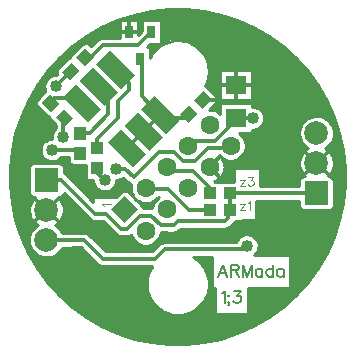
<source format=gbr>
G04 DipTrace 2.4.0.2*
%INTop.gbr*%
%MOIN*%
%ADD10C,0.0098*%
%ADD14C,0.013*%
%ADD16R,0.0709X0.063*%
%ADD17C,0.0633*%
%ADD19R,0.0256X0.0413*%
%ADD20R,0.0433X0.0394*%
%ADD21R,0.0394X0.0433*%
%ADD22C,0.0787*%
%ADD23C,0.04*%
%ADD43C,0.0046*%
%ADD44C,0.0062*%
%FSLAX44Y44*%
G04*
G70*
G90*
G75*
G01*
%LNTop*%
%LPD*%
X10917Y8730D2*
D14*
X10230D1*
X9542Y9417D1*
X8835D1*
X8794Y9459D1*
X10917Y9292D2*
Y9480D1*
X10355Y10042D1*
X9624D1*
X9501Y10166D1*
X7167Y10123D2*
Y9980D1*
X7417Y9730D1*
X5667Y10730D2*
X6498D1*
X6604Y10623D1*
X6042Y11167D2*
Y11783D1*
X6077Y11819D1*
X11792Y11792D2*
X12355D1*
X10208Y10873D2*
Y11042D1*
X11105D1*
X11855Y11792D1*
X11792D1*
X5792Y12855D2*
X6292Y13355D1*
X7792Y10105D2*
X8104D1*
X8386Y9823D1*
X9230Y10667D1*
X9730D1*
X10042Y10355D1*
X10417D1*
X10855Y10792D1*
X11542D1*
X11622Y10873D1*
X11587Y9292D2*
X14480D1*
X11587D2*
Y8730D1*
X5479Y9729D2*
X5979D1*
X7104Y8604D1*
X7479D1*
X7979Y8104D1*
X8167D1*
X8604Y8542D1*
X8980D1*
X9292Y8229D1*
X9730D1*
X9855Y8354D1*
X11417D1*
X11542Y8479D1*
Y8685D1*
X11587Y8730D1*
X6765Y13828D2*
X6953D1*
X7354Y14230D1*
X8542D1*
X8980Y14668D1*
X6604Y11292D2*
X6917D1*
X7542Y11917D1*
Y12531D1*
X7220Y12852D1*
X5604Y12292D2*
Y12355D1*
X5729Y12480D1*
X6479D1*
X6664Y12296D1*
X7167Y10792D2*
Y11105D1*
X7854Y11792D1*
Y12355D1*
X8229Y12730D1*
Y12957D1*
X7777Y13409D1*
X5479Y7730D2*
X6729D1*
X7354Y7104D1*
X9105D1*
X9417Y7417D1*
X12042D1*
X12167Y7542D1*
X8167Y10792D2*
X8724Y11349D1*
X9281Y11906D2*
X8724Y11349D1*
X10221Y11931D2*
Y11792D1*
X9167D1*
X9281Y11906D1*
X8606Y13762D2*
X8667D1*
Y12519D1*
X9281Y11906D1*
D23*
X6042Y11167D3*
X5667Y10730D3*
X7417Y9730D3*
X5792Y12855D3*
X12167Y7542D3*
X7542Y14668D3*
X8104Y9542D3*
X9855Y4604D3*
X7792Y10105D3*
X12355Y11792D3*
X13230Y11542D3*
X10542Y7917D3*
X12980Y8855D3*
X8808Y15326D2*
D10*
X10877D1*
X8370Y15229D2*
X11315D1*
X8071Y15132D2*
X11613D1*
X7793Y15035D2*
X7910D1*
X8553D2*
X8659D1*
X9300D2*
X11892D1*
X7576Y14937D2*
X7910D1*
X8553D2*
X8659D1*
X9300D2*
X12110D1*
X7358Y14840D2*
X7910D1*
X8553D2*
X8659D1*
X9300D2*
X12327D1*
X7179Y14743D2*
X7910D1*
X8553D2*
X8659D1*
X9300D2*
X12505D1*
X7012Y14646D2*
X7910D1*
X8553D2*
X8597D1*
X9300D2*
X12673D1*
X6842Y14549D2*
X7910D1*
X9300D2*
X12842D1*
X6702Y14452D2*
X7233D1*
X9300D2*
X12982D1*
X6569Y14355D2*
X7118D1*
X9300D2*
X9579D1*
X10132D2*
X13116D1*
X6435Y14258D2*
X6647D1*
X6910D2*
X7021D1*
X8929D2*
X9339D1*
X10370D2*
X13250D1*
X6307Y14161D2*
X6551D1*
X8832D2*
X9196D1*
X10513D2*
X13377D1*
X6200Y14063D2*
X6454D1*
X8926D2*
X9091D1*
X10620D2*
X13485D1*
X6092Y13966D2*
X6357D1*
X8926D2*
X9010D1*
X10699D2*
X13593D1*
X5984Y13869D2*
X6289D1*
X10763D2*
X13700D1*
X5881Y13772D2*
X6161D1*
X10812D2*
X13803D1*
X5794Y13675D2*
X6065D1*
X10849D2*
X13891D1*
X5706Y13578D2*
X5968D1*
X10875D2*
X13979D1*
X5618Y13481D2*
X5871D1*
X10892D2*
X14066D1*
X5531Y13384D2*
X5812D1*
X10899D2*
X11246D1*
X12339D2*
X14154D1*
X5457Y13287D2*
X5815D1*
X10896D2*
X11246D1*
X12339D2*
X14228D1*
X5386Y13189D2*
X5596D1*
X10886D2*
X11246D1*
X12339D2*
X14298D1*
X5315Y13092D2*
X5482D1*
X10866D2*
X11246D1*
X12339D2*
X14369D1*
X5245Y12995D2*
X5425D1*
X10835D2*
X11246D1*
X12339D2*
X14440D1*
X5174Y12898D2*
X5402D1*
X10793D2*
X11246D1*
X12339D2*
X14511D1*
X5117Y12801D2*
X5403D1*
X10872D2*
X11246D1*
X12339D2*
X14569D1*
X5060Y12704D2*
X5429D1*
X10969D2*
X11246D1*
X12339D2*
X14624D1*
X5005Y12607D2*
X5343D1*
X11065D2*
X11246D1*
X12339D2*
X14680D1*
X4948Y12510D2*
X5246D1*
X11155D2*
X11246D1*
X12339D2*
X14737D1*
X4892Y12412D2*
X5153D1*
X11179D2*
X11246D1*
X12339D2*
X14792D1*
X4845Y12315D2*
X5119D1*
X11149D2*
X14840D1*
X4802Y12218D2*
X5142D1*
X11055D2*
X11246D1*
X12339D2*
X14883D1*
X4759Y12121D2*
X5228D1*
X10958D2*
X11246D1*
X12560D2*
X14927D1*
X4716Y12024D2*
X5325D1*
X11153D2*
X11246D1*
X12670D2*
X14971D1*
X4671Y11927D2*
X5423D1*
X12723D2*
X15014D1*
X4631Y11830D2*
X5542D1*
X12746D2*
X14262D1*
X14698D2*
X15055D1*
X4599Y11733D2*
X5622D1*
X12743D2*
X14099D1*
X14863D2*
X15086D1*
X4568Y11636D2*
X5714D1*
X12714D2*
X14008D1*
X14953D2*
X15118D1*
X4536Y11538D2*
X5785D1*
X12651D2*
X13949D1*
X15012D2*
X15149D1*
X4503Y11441D2*
X5765D1*
X12517D2*
X13914D1*
X15047D2*
X15181D1*
X4473Y11344D2*
X5692D1*
X12339D2*
X13896D1*
X15064D2*
X15212D1*
X4445Y11247D2*
X5657D1*
X11962D2*
X13896D1*
X15066D2*
X15240D1*
X4425Y11150D2*
X5649D1*
X12048D2*
X13911D1*
X15049D2*
X15260D1*
X4405Y11053D2*
X5451D1*
X12097D2*
X13946D1*
X15015D2*
X15281D1*
X4383Y10956D2*
X5348D1*
X12125D2*
X14002D1*
X14958D2*
X15301D1*
X4363Y10859D2*
X5296D1*
X12131D2*
X14089D1*
X14870D2*
X15321D1*
X4342Y10762D2*
X5276D1*
X12119D2*
X14135D1*
X14824D2*
X15343D1*
X4328Y10664D2*
X5280D1*
X12087D2*
X14029D1*
X14930D2*
X15358D1*
X4317Y10567D2*
X5309D1*
X12027D2*
X13963D1*
X14996D2*
X15367D1*
X4306Y10470D2*
X5376D1*
X5958D2*
X6215D1*
X11928D2*
X13922D1*
X15038D2*
X15378D1*
X4297Y10373D2*
X5517D1*
X5817D2*
X6218D1*
X11379D2*
X13899D1*
X15061D2*
X15389D1*
X4286Y10276D2*
X4976D1*
X5983D2*
X6269D1*
X11412D2*
X13894D1*
X15067D2*
X15398D1*
X4276Y10179D2*
X4902D1*
X6057D2*
X6777D1*
X11424D2*
X13905D1*
X15055D2*
X15409D1*
X4272Y10082D2*
X4893D1*
X6066D2*
X6777D1*
X11418D2*
X11718D1*
X12600D2*
X13934D1*
X15027D2*
X15413D1*
X4272Y9985D2*
X4893D1*
X6066D2*
X6777D1*
X11390D2*
X11718D1*
X12600D2*
X13982D1*
X14978D2*
X15413D1*
X4272Y9888D2*
X4893D1*
X6181D2*
X6777D1*
X11339D2*
X11718D1*
X12600D2*
X14059D1*
X14901D2*
X15413D1*
X4272Y9790D2*
X4893D1*
X6280D2*
X6777D1*
X8020D2*
X8058D1*
X11255D2*
X11718D1*
X12600D2*
X13926D1*
X15033D2*
X15413D1*
X4272Y9693D2*
X4893D1*
X6376D2*
X7026D1*
X7808D2*
X8155D1*
X11087D2*
X11718D1*
X12600D2*
X13894D1*
X15067D2*
X15413D1*
X4272Y9596D2*
X4893D1*
X6473D2*
X7049D1*
X7785D2*
X8276D1*
X12600D2*
X13894D1*
X15067D2*
X15413D1*
X4277Y9499D2*
X4893D1*
X6570D2*
X7101D1*
X7733D2*
X8287D1*
X15067D2*
X15407D1*
X4288Y9402D2*
X4893D1*
X6667D2*
X7209D1*
X7625D2*
X8288D1*
X15067D2*
X15398D1*
X4297Y9305D2*
X4896D1*
X6764D2*
X7924D1*
X8250D2*
X8308D1*
X15067D2*
X15387D1*
X4308Y9208D2*
X4945D1*
X6014D2*
X6140D1*
X6861D2*
X7827D1*
X15067D2*
X15377D1*
X4317Y9111D2*
X5037D1*
X5921D2*
X6238D1*
X6959D2*
X7037D1*
X15067D2*
X15367D1*
X4328Y9014D2*
X4968D1*
X5990D2*
X6335D1*
X9031D2*
X9066D1*
X12477D2*
X13894D1*
X15067D2*
X15357D1*
X4343Y8916D2*
X4923D1*
X6035D2*
X6432D1*
X8637D2*
X9019D1*
X12477D2*
X13894D1*
X15067D2*
X15341D1*
X4365Y8819D2*
X4900D1*
X6058D2*
X6529D1*
X8714D2*
X8996D1*
X12477D2*
X13911D1*
X15049D2*
X15320D1*
X4385Y8722D2*
X4893D1*
X6066D2*
X6626D1*
X12477D2*
X14028D1*
X14933D2*
X15300D1*
X4406Y8625D2*
X4902D1*
X6057D2*
X6723D1*
X12477D2*
X15280D1*
X4426Y8528D2*
X4930D1*
X6029D2*
X6820D1*
X12477D2*
X15258D1*
X4446Y8431D2*
X4976D1*
X5983D2*
X6918D1*
X12477D2*
X15238D1*
X4474Y8334D2*
X5050D1*
X5909D2*
X7390D1*
X11753D2*
X15210D1*
X4506Y8237D2*
X5170D1*
X5789D2*
X7487D1*
X11661D2*
X15178D1*
X4537Y8140D2*
X5063D1*
X5895D2*
X7584D1*
X11550D2*
X15147D1*
X4569Y8042D2*
X4985D1*
X5974D2*
X7681D1*
X9903D2*
X15115D1*
X4600Y7945D2*
X4934D1*
X6861D2*
X7778D1*
X9294D2*
X15084D1*
X4632Y7848D2*
X4905D1*
X6972D2*
X8325D1*
X9263D2*
X11927D1*
X12407D2*
X15052D1*
X4674Y7751D2*
X4893D1*
X7069D2*
X8379D1*
X9208D2*
X11836D1*
X12497D2*
X15010D1*
X4719Y7654D2*
X4897D1*
X7165D2*
X8473D1*
X9115D2*
X9334D1*
X12543D2*
X14967D1*
X4762Y7557D2*
X4919D1*
X7262D2*
X8676D1*
X8912D2*
X9197D1*
X12560D2*
X14924D1*
X4805Y7460D2*
X4960D1*
X5998D2*
X6638D1*
X7359D2*
X9099D1*
X12551D2*
X14880D1*
X4848Y7363D2*
X5025D1*
X5934D2*
X6735D1*
X7456D2*
X9002D1*
X12516D2*
X14837D1*
X4895Y7266D2*
X5126D1*
X5832D2*
X6834D1*
X12442D2*
X14789D1*
X4952Y7168D2*
X5336D1*
X5621D2*
X6930D1*
X10375D2*
X10975D1*
X13608D2*
X14732D1*
X5008Y7071D2*
X7027D1*
X10518D2*
X10975D1*
X13608D2*
X14677D1*
X5065Y6974D2*
X7124D1*
X10621D2*
X10975D1*
X13608D2*
X14620D1*
X5120Y6877D2*
X7246D1*
X10701D2*
X10975D1*
X13608D2*
X14565D1*
X5180Y6780D2*
X8945D1*
X10764D2*
X10975D1*
X13608D2*
X14506D1*
X5249Y6683D2*
X8897D1*
X10813D2*
X10975D1*
X13608D2*
X14435D1*
X5320Y6586D2*
X8860D1*
X10849D2*
X10975D1*
X13608D2*
X14365D1*
X5391Y6489D2*
X8834D1*
X10875D2*
X10975D1*
X13608D2*
X14294D1*
X5461Y6391D2*
X8817D1*
X10892D2*
X10975D1*
X13608D2*
X14223D1*
X5538Y6294D2*
X8811D1*
X10899D2*
X10975D1*
X13608D2*
X14148D1*
X5624Y6197D2*
X8813D1*
X10896D2*
X10975D1*
X13608D2*
X14060D1*
X5712Y6100D2*
X8824D1*
X10886D2*
X11100D1*
X12196D2*
X13972D1*
X5800Y6003D2*
X8845D1*
X10864D2*
X11100D1*
X12196D2*
X13885D1*
X5887Y5906D2*
X8876D1*
X10833D2*
X11100D1*
X12196D2*
X13797D1*
X5992Y5809D2*
X8917D1*
X10792D2*
X11100D1*
X12196D2*
X13693D1*
X6100Y5712D2*
X8973D1*
X10736D2*
X11100D1*
X12196D2*
X13585D1*
X6207Y5615D2*
X9043D1*
X10667D2*
X11100D1*
X12196D2*
X13477D1*
X6315Y5517D2*
X9133D1*
X10576D2*
X11100D1*
X12196D2*
X13370D1*
X6444Y5420D2*
X9253D1*
X10456D2*
X11100D1*
X12196D2*
X13240D1*
X6578Y5323D2*
X9425D1*
X10286D2*
X11100D1*
X12196D2*
X13107D1*
X6712Y5226D2*
X12973D1*
X6855Y5129D2*
X12830D1*
X7024Y5032D2*
X12662D1*
X7192Y4935D2*
X12493D1*
X7373Y4838D2*
X12311D1*
X7591Y4741D2*
X12093D1*
X7810Y4643D2*
X11876D1*
X8093Y4546D2*
X11592D1*
X8391Y4449D2*
X11293D1*
X8842Y4352D2*
X10843D1*
X11304Y12290D2*
X12330D1*
Y12175D1*
X12419Y12170D1*
X12467Y12159D1*
X12513Y12141D1*
X12557Y12118D1*
X12597Y12089D1*
X12633Y12056D1*
X12664Y12018D1*
X12691Y11977D1*
X12712Y11932D1*
X12727Y11885D1*
X12735Y11837D1*
X12738Y11792D1*
X12735Y11743D1*
X12725Y11695D1*
X12710Y11648D1*
X12688Y11604D1*
X12662Y11563D1*
X12630Y11525D1*
X12593Y11492D1*
X12553Y11464D1*
X12509Y11442D1*
X12463Y11425D1*
X12415Y11414D1*
X12366Y11409D1*
X12331Y11411D1*
X12330Y11294D1*
X11891D1*
X11946Y11253D1*
X12014Y11182D1*
X12067Y11100D1*
X12103Y11008D1*
X12120Y10912D1*
X12119Y10824D1*
X12100Y10727D1*
X12062Y10637D1*
X12008Y10555D1*
X11938Y10486D1*
X11856Y10431D1*
X11765Y10394D1*
X11669Y10375D1*
X11570Y10376D1*
X11474Y10396D1*
X11384Y10434D1*
X11302Y10489D1*
X11247Y10544D1*
X11246Y10540D1*
X11295Y10491D1*
X11336Y10435D1*
X11369Y10375D1*
X11393Y10311D1*
X11409Y10243D1*
X11415Y10175D1*
X11411Y10107D1*
X11398Y10039D1*
X11376Y9974D1*
X11346Y9912D1*
X11307Y9856D1*
X11260Y9805D1*
X11207Y9761D1*
X11149Y9724D1*
X11086Y9696D1*
X11060Y9688D1*
X11108Y9672D1*
X11317Y9670D1*
X11482Y9672D1*
X11727D1*
Y10122D1*
X12591D1*
Y9539D1*
X13260Y9540D1*
X13904D1*
X13903Y9686D1*
X13910Y9734D1*
X13929Y9780D1*
X13960Y9818D1*
X13999Y9847D1*
X14053Y9866D1*
X14087Y9870D1*
X14033Y9927D1*
X13988Y9992D1*
X13951Y10061D1*
X13925Y10136D1*
X13909Y10213D1*
X13903Y10291D1*
X13909Y10370D1*
X13924Y10447D1*
X13951Y10521D1*
X13987Y10591D1*
X14032Y10655D1*
X14086Y10713D1*
X14146Y10763D1*
X14193Y10792D1*
X14132Y10832D1*
X14059Y10898D1*
X13998Y10975D1*
X13951Y11061D1*
X13920Y11155D1*
X13905Y11252D1*
X13906Y11350D1*
X13924Y11447D1*
X13959Y11539D1*
X14008Y11624D1*
X14071Y11699D1*
X14146Y11763D1*
X14231Y11812D1*
X14323Y11847D1*
X14420Y11866D1*
X14518Y11868D1*
X14615Y11853D1*
X14708Y11822D1*
X14795Y11775D1*
X14873Y11715D1*
X14939Y11642D1*
X14991Y11559D1*
X15029Y11468D1*
X15051Y11372D1*
X15057Y11292D1*
X15049Y11194D1*
X15024Y11099D1*
X14983Y11009D1*
X14928Y10928D1*
X14859Y10857D1*
X14780Y10799D1*
X14768Y10793D1*
X14835Y10747D1*
X14894Y10694D1*
X14945Y10634D1*
X14987Y10568D1*
X15020Y10496D1*
X15042Y10421D1*
X15055Y10343D1*
X15057Y10272D1*
X15049Y10194D1*
X15030Y10118D1*
X15001Y10044D1*
X14962Y9976D1*
X14915Y9913D1*
X14872Y9869D1*
X14922Y9862D1*
X14968Y9843D1*
X15006Y9812D1*
X15035Y9773D1*
X15054Y9719D1*
X15057Y9637D1*
Y8898D1*
X15050Y8850D1*
X15031Y8805D1*
X15000Y8766D1*
X14961Y8737D1*
X14907Y8718D1*
X14825Y8715D1*
X14086D1*
X14038Y8722D1*
X13993Y8741D1*
X13954Y8772D1*
X13925Y8811D1*
X13906Y8865D1*
X13903Y8948D1*
Y9044D1*
X12467D1*
Y8397D1*
X11986D1*
Y8350D1*
X11754D1*
X11718Y8304D1*
X11593Y8179D1*
X11555Y8148D1*
X11511Y8125D1*
X11464Y8111D1*
X11417Y8106D1*
X9958D1*
X9905Y8054D1*
X9867Y8023D1*
X9824Y8000D1*
X9776Y7986D1*
X9730Y7981D1*
X9291Y7982D1*
X9272Y7899D1*
X9234Y7808D1*
X9179Y7727D1*
X9110Y7657D1*
X9028Y7603D1*
X8937Y7566D1*
X8840Y7547D1*
X8742D1*
X8646Y7567D1*
X8555Y7605D1*
X8474Y7661D1*
X8405Y7731D1*
X8351Y7813D1*
X8314Y7904D1*
X8261Y7875D1*
X8214Y7861D1*
X8167Y7856D1*
X7979D1*
X7931Y7861D1*
X7884Y7876D1*
X7840Y7899D1*
X7804Y7929D1*
X7377Y8356D1*
X7104D1*
X7055Y8361D1*
X7008Y8376D1*
X6965Y8399D1*
X6929Y8429D1*
X6054Y9305D1*
X6030Y9242D1*
X6000Y9204D1*
X5960Y9175D1*
X5906Y9156D1*
X5872Y9152D1*
X5926Y9095D1*
X5971Y9031D1*
X6007Y8961D1*
X6034Y8887D1*
X6050Y8810D1*
X6056Y8731D1*
X6052Y8661D1*
X6037Y8583D1*
X6012Y8509D1*
X5977Y8438D1*
X5933Y8373D1*
X5880Y8315D1*
X5820Y8264D1*
X5767Y8230D1*
X5834Y8184D1*
X5906Y8117D1*
X5966Y8039D1*
X5999Y7978D1*
X6729D1*
X6778Y7973D1*
X6825Y7958D1*
X6868Y7935D1*
X6905Y7905D1*
X7458Y7351D1*
X8240Y7352D1*
X9001D1*
X9242Y7592D1*
X9280Y7623D1*
X9323Y7646D1*
X9370Y7660D1*
X9417Y7665D1*
X11805D1*
X11823Y7710D1*
X11848Y7753D1*
X11877Y7792D1*
X11912Y7827D1*
X11951Y7858D1*
X11993Y7883D1*
X12038Y7902D1*
X12085Y7916D1*
X12134Y7923D1*
X12183Y7925D1*
X12232Y7919D1*
X12280Y7908D1*
X12326Y7891D1*
X12369Y7867D1*
X12409Y7839D1*
X12445Y7806D1*
X12477Y7768D1*
X12503Y7726D1*
X12524Y7682D1*
X12539Y7635D1*
X12548Y7586D1*
X12550Y7542D1*
X12547Y7493D1*
X12538Y7445D1*
X12522Y7398D1*
X12501Y7354D1*
X12474Y7312D1*
X12442Y7275D1*
X12382Y7225D1*
X13598D1*
Y6137D1*
X12185D1*
X12186Y5808D1*
Y5262D1*
X11109D1*
Y6137D1*
X10984D1*
Y7169D1*
X10365D1*
X10451Y7114D1*
X10529Y7054D1*
X10600Y6986D1*
X10665Y6912D1*
X10722Y6832D1*
X10772Y6747D1*
X10813Y6658D1*
X10846Y6565D1*
X10870Y6470D1*
X10884Y6372D1*
X10890Y6268D1*
X10885Y6170D1*
X10871Y6073D1*
X10848Y5977D1*
X10816Y5884D1*
X10775Y5795D1*
X10726Y5709D1*
X10669Y5629D1*
X10604Y5555D1*
X10533Y5487D1*
X10456Y5426D1*
X10373Y5373D1*
X10286Y5328D1*
X10194Y5291D1*
X10100Y5263D1*
X10003Y5244D1*
X9905Y5235D1*
X9807D1*
X9709Y5244D1*
X9612Y5262D1*
X9518Y5290D1*
X9427Y5326D1*
X9339Y5371D1*
X9256Y5424D1*
X9179Y5485D1*
X9107Y5553D1*
X9043Y5627D1*
X8985Y5707D1*
X8936Y5792D1*
X8895Y5882D1*
X8863Y5974D1*
X8839Y6070D1*
X8825Y6167D1*
X8820Y6266D1*
X8824Y6364D1*
X8838Y6461D1*
X8861Y6557D1*
X8893Y6650D1*
X8934Y6740D1*
X8982Y6825D1*
X9004Y6857D1*
X7354Y6856D1*
X7305Y6861D1*
X7259Y6876D1*
X7215Y6899D1*
X7179Y6929D1*
X6625Y7482D1*
X5999Y7481D1*
X5956Y7405D1*
X5894Y7329D1*
X5820Y7264D1*
X5736Y7213D1*
X5645Y7177D1*
X5548Y7157D1*
X5450Y7153D1*
X5353Y7167D1*
X5259Y7196D1*
X5172Y7242D1*
X5093Y7301D1*
X5026Y7373D1*
X4972Y7455D1*
X4933Y7545D1*
X4909Y7640D1*
X4902Y7738D1*
X4912Y7836D1*
X4939Y7931D1*
X4981Y8020D1*
X5037Y8100D1*
X5107Y8170D1*
X5187Y8227D1*
X5191Y8229D1*
X5131Y8270D1*
X5072Y8321D1*
X5020Y8380D1*
X4977Y8446D1*
X4943Y8517D1*
X4919Y8592D1*
X4906Y8670D1*
X4903Y8748D1*
X4911Y8826D1*
X4929Y8903D1*
X4958Y8976D1*
X4996Y9045D1*
X5044Y9108D1*
X5088Y9153D1*
X5037Y9159D1*
X4992Y9179D1*
X4953Y9209D1*
X4924Y9249D1*
X4906Y9302D1*
X4902Y9385D1*
Y10123D1*
X4909Y10172D1*
X4928Y10217D1*
X4959Y10255D1*
X4998Y10284D1*
X5052Y10303D1*
X5135Y10306D1*
X5873D1*
X5921Y10300D1*
X5967Y10280D1*
X6005Y10250D1*
X6034Y10210D1*
X6053Y10157D1*
X6056Y10074D1*
Y9965D1*
X6118Y9935D1*
X6155Y9905D1*
X7046Y9013D1*
Y9153D1*
X7783D1*
X7957Y9329D1*
X7996Y9358D1*
X8042Y9377D1*
X8090Y9382D1*
X8139Y9375D1*
X8190Y9350D1*
X8251Y9294D1*
X8664Y8881D1*
X8693Y8842D1*
X8712Y8795D1*
X8752Y8790D1*
X8987D1*
X9004Y8806D1*
X9024Y8902D1*
X9063Y8992D1*
X9119Y9073D1*
X9189Y9142D1*
X9228Y9170D1*
X9179Y9141D1*
X9110Y9071D1*
X9028Y9017D1*
X8937Y8980D1*
X8840Y8961D1*
X8742Y8962D1*
X8646Y8981D1*
X8555Y9020D1*
X8474Y9075D1*
X8405Y9145D1*
X8351Y9227D1*
X8314Y9318D1*
X8296Y9415D1*
X8297Y9513D1*
X8311Y9587D1*
X8288Y9595D1*
X8245Y9619D1*
X8210Y9648D1*
X8044Y9814D1*
X7990Y9777D1*
X7946Y9754D1*
X7900Y9737D1*
X7852Y9726D1*
X7798Y9722D1*
X7797Y9681D1*
X7787Y9632D1*
X7772Y9586D1*
X7750Y9541D1*
X7724Y9500D1*
X7692Y9463D1*
X7655Y9430D1*
X7615Y9402D1*
X7571Y9379D1*
X7525Y9362D1*
X7477Y9351D1*
X7428Y9347D1*
X7379Y9348D1*
X7330Y9356D1*
X7283Y9371D1*
X7238Y9391D1*
X7196Y9416D1*
X7158Y9447D1*
X7124Y9483D1*
X7095Y9522D1*
X7071Y9565D1*
X7053Y9611D1*
X7040Y9658D1*
X7035Y9724D1*
X6787Y9723D1*
Y10223D1*
X6407D1*
X6359Y10230D1*
X6314Y10249D1*
X6275Y10280D1*
X6246Y10319D1*
X6227Y10373D1*
X6224Y10456D1*
Y10482D1*
X5958D1*
X5905Y10430D1*
X5865Y10402D1*
X5821Y10379D1*
X5775Y10362D1*
X5727Y10351D1*
X5678Y10347D1*
X5629Y10349D1*
X5580Y10357D1*
X5533Y10371D1*
X5488Y10391D1*
X5446Y10416D1*
X5408Y10447D1*
X5374Y10483D1*
X5345Y10522D1*
X5321Y10565D1*
X5302Y10611D1*
X5290Y10659D1*
X5284Y10707D1*
X5285Y10757D1*
X5291Y10805D1*
X5304Y10853D1*
X5323Y10898D1*
X5347Y10941D1*
X5377Y10980D1*
X5411Y11015D1*
X5450Y11046D1*
X5492Y11071D1*
X5537Y11090D1*
X5585Y11104D1*
X5662Y11112D1*
X5660Y11194D1*
X5666Y11243D1*
X5679Y11290D1*
X5698Y11336D1*
X5722Y11378D1*
X5752Y11418D1*
X5795Y11459D1*
X5794Y11566D1*
X5656Y11704D1*
X5626Y11743D1*
X5606Y11797D1*
X5566Y11825D1*
X5515Y11849D1*
X5454Y11905D1*
X5182Y12177D1*
X5153Y12216D1*
X5134Y12261D1*
X5129Y12310D1*
X5136Y12359D1*
X5161Y12410D1*
X5217Y12471D1*
X5442Y12696D1*
X5415Y12784D1*
X5409Y12833D1*
X5410Y12882D1*
X5416Y12931D1*
X5429Y12978D1*
X5448Y13023D1*
X5472Y13066D1*
X5502Y13105D1*
X5536Y13140D1*
X5575Y13171D1*
X5617Y13196D1*
X5662Y13216D1*
X5710Y13229D1*
X5758Y13237D1*
X5821Y13236D1*
X5839Y13253D1*
X5820Y13304D1*
X5817Y13353D1*
X5826Y13401D1*
X5848Y13445D1*
X5905Y13505D1*
X6176Y13777D1*
X6215Y13806D1*
X6270Y13827D1*
X6297Y13867D1*
X6322Y13918D1*
X6378Y13979D1*
X6649Y14250D1*
X6689Y14280D1*
X6734Y14298D1*
X6783Y14304D1*
X6831Y14296D1*
X6882Y14272D1*
X6943Y14215D1*
X6966Y14192D1*
X7179Y14405D1*
X7217Y14437D1*
X7260Y14460D1*
X7307Y14474D1*
X7354Y14478D1*
X7922D1*
X7920Y14544D1*
Y15057D1*
X8543D1*
Y14581D1*
X8668Y14707D1*
X8669Y15057D1*
X9291D1*
Y14278D1*
X8941D1*
X8815Y14152D1*
X8917D1*
Y13790D1*
X8957Y13870D1*
X9010Y13953D1*
X9070Y14030D1*
X9138Y14102D1*
X9212Y14166D1*
X9292Y14224D1*
X9377Y14273D1*
X9467Y14314D1*
X9559Y14347D1*
X9655Y14370D1*
X9752Y14385D1*
X9851Y14390D1*
X9949Y14386D1*
X10046Y14372D1*
X10142Y14349D1*
X10235Y14317D1*
X10325Y14277D1*
X10410Y14228D1*
X10491Y14171D1*
X10565Y14107D1*
X10633Y14036D1*
X10695Y13959D1*
X10748Y13877D1*
X10794Y13790D1*
X10831Y13699D1*
X10859Y13604D1*
X10878Y13508D1*
X10888Y13410D1*
Y13306D1*
X10879Y13208D1*
X10860Y13111D1*
X10833Y13017D1*
X10796Y12926D1*
X10770Y12869D1*
X10805Y12851D1*
X10841Y12822D1*
X11129Y12533D1*
X11150Y12500D1*
X11164Y12463D1*
X11169Y12424D1*
X11166Y12385D1*
X11155Y12347D1*
X11136Y12313D1*
X11102Y12274D1*
X10907Y12079D1*
X10972Y12076D1*
X11068Y12056D1*
X11158Y12016D1*
X11239Y11960D1*
X11256Y11945D1*
X11255Y12290D1*
X11304D1*
X11265Y13393D2*
X12330D1*
Y12397D1*
X11255D1*
Y13393D1*
X11265D1*
X5890Y5892D2*
X6327Y5499D1*
X6800Y5155D1*
X7306Y4863D1*
X7841Y4625D1*
X8397Y4444D1*
X8969Y4323D1*
X9551Y4262D1*
X10136D1*
X10718Y4323D1*
X11290Y4445D1*
X11846Y4626D1*
X12380Y4864D1*
X12887Y5156D1*
X13360Y5500D1*
X13795Y5892D1*
X14186Y6327D1*
X14530Y6800D1*
X14822Y7306D1*
X15060Y7841D1*
X15241Y8397D1*
X15362Y8969D1*
X15423Y9551D1*
Y10136D1*
X15362Y10718D1*
X15240Y11290D1*
X15059Y11846D1*
X14821Y12380D1*
X14529Y12887D1*
X14185Y13360D1*
X13793Y13795D1*
X13358Y14186D1*
X12885Y14530D1*
X12379Y14822D1*
X11844Y15060D1*
X11288Y15241D1*
X10716Y15362D1*
X10134Y15423D1*
X9549D1*
X8967Y15362D1*
X8395Y15240D1*
X7839Y15059D1*
X7305Y14821D1*
X6798Y14529D1*
X6325Y14185D1*
X5890Y13793D1*
X5499Y13358D1*
X5155Y12885D1*
X4863Y12379D1*
X4625Y11844D1*
X4444Y11288D1*
X4323Y10716D1*
X4262Y10134D1*
Y9549D1*
X4323Y8967D1*
X4445Y8395D1*
X4626Y7839D1*
X4864Y7305D1*
X5156Y6798D1*
X5500Y6325D1*
X5892Y5890D1*
X11792Y13393D2*
D14*
Y12397D1*
X11255Y12895D2*
X12330D1*
X10915Y10166D2*
X11268Y9813D1*
Y10519D2*
X10915Y10166D1*
X8232Y15057D2*
Y14668D1*
X7921D2*
X8542D1*
X10694Y12404D2*
X11169D1*
X14072Y10700D2*
X14888Y9884D1*
Y10700D2*
X14072Y9884D1*
X5071Y9137D2*
X5887Y8322D1*
Y9137D2*
X5071Y8322D1*
D16*
X11792Y11792D3*
Y12895D3*
G36*
X7639Y8752D2*
X8087Y9199D1*
X8534Y8752D1*
X8087Y8304D1*
X7639Y8752D1*
G37*
D17*
X8794Y8044D3*
Y9459D3*
X9501Y8752D3*
Y10166D3*
X10208Y9459D3*
Y10873D3*
X10915Y10166D3*
Y11580D3*
X11622Y10873D3*
G36*
X7972Y11433D2*
X8807Y10597D1*
X8362Y10152D1*
X7527Y10987D1*
X7972Y11433D1*
G37*
G36*
X8529Y11989D2*
X9364Y11154D1*
X8919Y10709D1*
X8083Y11544D1*
X8529Y11989D1*
G37*
G36*
X9086Y12546D2*
X9921Y11711D1*
X9475Y11265D1*
X8640Y12101D1*
X9086Y12546D1*
G37*
G36*
X6469Y12936D2*
X7304Y12101D1*
X6859Y11655D1*
X6023Y12490D1*
X6469Y12936D1*
G37*
G36*
X7026Y13493D2*
X7861Y12657D1*
X7415Y12212D1*
X6580Y13047D1*
X7026Y13493D1*
G37*
G36*
X7582Y14049D2*
X8418Y13214D1*
X7972Y12769D1*
X7137Y13604D1*
X7582Y14049D1*
G37*
D19*
X8980Y14668D3*
X8232D3*
X8606Y13762D3*
D20*
X10917Y9292D3*
X11587D3*
G36*
X6278Y13063D2*
X5999Y13341D1*
X6306Y13647D1*
X6584Y13369D1*
X6278Y13063D1*
G37*
G36*
X6751Y13536D2*
X6473Y13814D1*
X6779Y14121D1*
X7057Y13842D1*
X6751Y13536D1*
G37*
G36*
X10680Y12112D2*
X10402Y12390D1*
X10708Y12696D1*
X10986Y12418D1*
X10680Y12112D1*
G37*
G36*
X10207Y11638D2*
X9929Y11917D1*
X10235Y12223D1*
X10513Y11945D1*
X10207Y11638D1*
G37*
D20*
X10917Y8730D3*
X11587D3*
D21*
X7167Y10792D3*
Y10123D3*
G36*
X6801Y11076D2*
X6407D1*
Y11509D1*
X6801D1*
Y11076D1*
G37*
G36*
Y10406D2*
X6407D1*
Y10840D1*
X6801D1*
Y10406D1*
G37*
G36*
X5312Y12306D2*
X5590Y12585D1*
X5896Y12278D1*
X5618Y12000D1*
X5312Y12306D1*
G37*
G36*
X5785Y11833D2*
X6064Y12111D1*
X6370Y11805D1*
X6091Y11527D1*
X5785Y11833D1*
G37*
G36*
X14874Y9686D2*
Y8898D1*
X14086D1*
Y9686D1*
X14874D1*
G37*
D22*
X14480Y10292D3*
Y11292D3*
G36*
X5085Y9336D2*
Y10123D1*
X5873D1*
Y9336D1*
X5085D1*
G37*
D22*
X5479Y8729D3*
Y7730D3*
X7389Y8875D2*
D43*
X7374Y8904D1*
X7331Y8947D1*
X7633D1*
X11505Y6504D2*
D44*
X11351Y6906D1*
X11198Y6504D1*
X11256Y6638D2*
X11447D1*
X11628Y6715D2*
X11800D1*
X11858Y6734D1*
X11877Y6753D1*
X11896Y6791D1*
Y6830D1*
X11877Y6868D1*
X11858Y6887D1*
X11800Y6906D1*
X11628D1*
Y6504D1*
X11762Y6715D2*
X11896Y6504D1*
X12326D2*
Y6906D1*
X12173Y6504D1*
X12020Y6906D1*
Y6504D1*
X12678Y6772D2*
Y6504D1*
Y6715D2*
X12640Y6753D1*
X12602Y6772D1*
X12545D1*
X12506Y6753D1*
X12468Y6715D1*
X12449Y6657D1*
Y6619D1*
X12468Y6562D1*
X12506Y6524D1*
X12545Y6504D1*
X12602D1*
X12640Y6524D1*
X12678Y6562D1*
X13031Y6906D2*
Y6504D1*
Y6715D2*
X12993Y6753D1*
X12955Y6772D1*
X12898D1*
X12859Y6753D1*
X12821Y6715D1*
X12802Y6657D1*
Y6619D1*
X12821Y6562D1*
X12859Y6524D1*
X12898Y6504D1*
X12955D1*
X12993Y6524D1*
X13031Y6562D1*
X13384Y6772D2*
Y6504D1*
Y6715D2*
X13346Y6753D1*
X13308Y6772D1*
X13251D1*
X13212Y6753D1*
X13174Y6715D1*
X13155Y6657D1*
Y6619D1*
X13174Y6562D1*
X13212Y6524D1*
X13251Y6504D1*
X13308D1*
X13346Y6524D1*
X13384Y6562D1*
X11939Y8919D2*
D43*
X12096D1*
X11939Y8718D1*
X12096D1*
X12189Y8962D2*
X12218Y8976D1*
X12261Y9019D1*
Y8718D1*
X11323Y5954D2*
D44*
X11362Y5974D1*
X11419Y6031D1*
Y5629D1*
X11562Y5897D2*
X11543Y5878D1*
X11562Y5859D1*
X11581Y5878D1*
X11562Y5897D1*
X11581Y5648D2*
X11562Y5629D1*
X11543Y5648D1*
X11562Y5668D1*
X11581Y5648D1*
Y5610D1*
X11562Y5572D1*
X11543Y5553D1*
X11743Y6031D2*
X11953D1*
X11839Y5878D1*
X11896D1*
X11934Y5859D1*
X11953Y5840D1*
X11973Y5782D1*
Y5744D1*
X11953Y5687D1*
X11915Y5648D1*
X11858Y5629D1*
X11800D1*
X11743Y5648D1*
X11724Y5668D1*
X11705Y5706D1*
X11933Y9737D2*
D43*
X12091D1*
X11933Y9536D1*
X12091D1*
X12213Y9837D2*
X12370D1*
X12284Y9722D1*
X12327D1*
X12356Y9708D1*
X12370Y9694D1*
X12385Y9650D1*
Y9622D1*
X12370Y9579D1*
X12342Y9550D1*
X12299Y9536D1*
X12255D1*
X12213Y9550D1*
X12198Y9565D1*
X12184Y9593D1*
M02*

</source>
